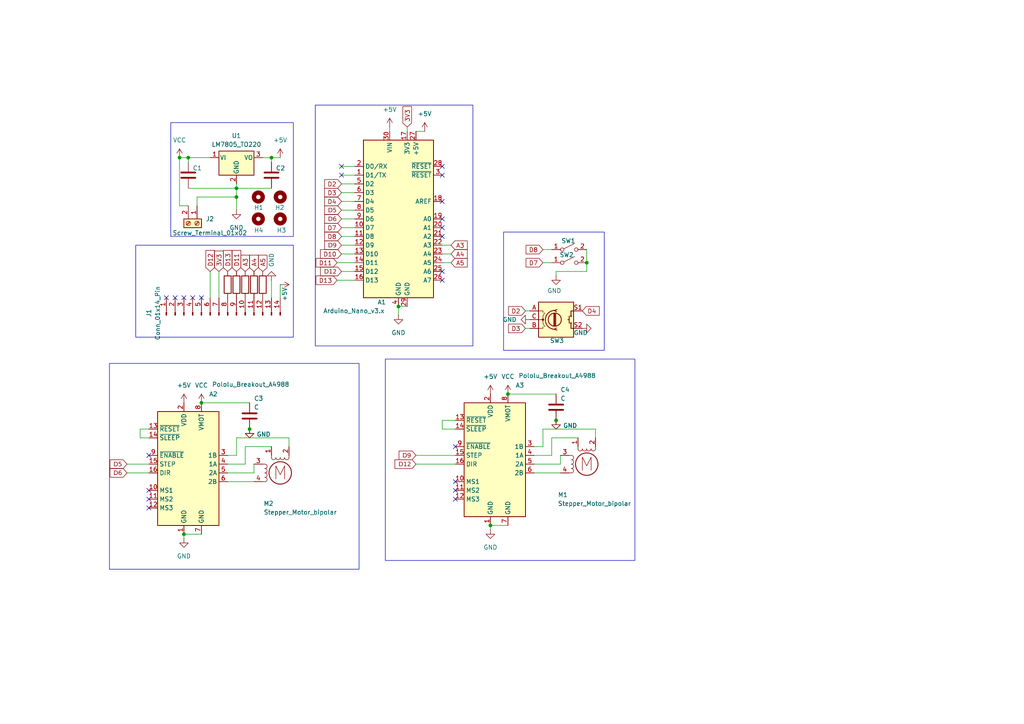
<source format=kicad_sch>
(kicad_sch (version 20231120) (generator "eeschema") (generator_version "8.0")
  (paper "A4")
  (lib_symbols
    (symbol "Connector:Conn_01x14_Pin" (pin_names (offset 1.016) hide)
      (property "Reference" "J" (at 0 17.78 0))
      (property "Value" "Conn_01x14_Pin" (at 0 -20.32 0))
      (symbol "Conn_01x14_Pin_1_1"
        (polyline (pts (xy 1.27 -17.78) (xy 0.8636 -17.78)) (stroke (width 0.1524)))
        (polyline (pts (xy 1.27 -15.24) (xy 0.8636 -15.24)) (stroke (width 0.1524)))
        (polyline (pts (xy 1.27 -12.7) (xy 0.8636 -12.7)) (stroke (width 0.1524)))
        (polyline (pts (xy 1.27 -10.16) (xy 0.8636 -10.16)) (stroke (width 0.1524)))
        (polyline (pts (xy 1.27 -7.62) (xy 0.8636 -7.62)) (stroke (width 0.1524)))
        (polyline (pts (xy 1.27 -5.08) (xy 0.8636 -5.08)) (stroke (width 0.1524)))
        (polyline (pts (xy 1.27 -2.54) (xy 0.8636 -2.54)) (stroke (width 0.1524)))
        (polyline (pts (xy 1.27 0) (xy 0.8636 0)) (stroke (width 0.1524)))
        (polyline (pts (xy 1.27 2.54) (xy 0.8636 2.54)) (stroke (width 0.1524)))
        (polyline (pts (xy 1.27 5.08) (xy 0.8636 5.08)) (stroke (width 0.1524)))
        (polyline (pts (xy 1.27 7.62) (xy 0.8636 7.62)) (stroke (width 0.1524)))
        (polyline (pts (xy 1.27 10.16) (xy 0.8636 10.16)) (stroke (width 0.1524)))
        (polyline (pts (xy 1.27 12.7) (xy 0.8636 12.7)) (stroke (width 0.1524)))
        (polyline (pts (xy 1.27 15.24) (xy 0.8636 15.24)) (stroke (width 0.1524)))
        (rectangle (start 0.8636 -17.653) (end 0 -17.907) (stroke (width 0.1524)) (fill (type outline)))
        (rectangle (start 0.8636 -15.113) (end 0 -15.367) (stroke (width 0.1524)) (fill (type outline)))
        (rectangle (start 0.8636 -12.573) (end 0 -12.827) (stroke (width 0.1524)) (fill (type outline)))
        (rectangle (start 0.8636 -10.033) (end 0 -10.287) (stroke (width 0.1524)) (fill (type outline)))
        (rectangle (start 0.8636 -7.493) (end 0 -7.747) (stroke (width 0.1524)) (fill (type outline)))
        (rectangle (start 0.8636 -4.953) (end 0 -5.207) (stroke (width 0.1524)) (fill (type outline)))
        (rectangle (start 0.8636 -2.413) (end 0 -2.667) (stroke (width 0.1524)) (fill (type outline)))
        (rectangle (start 0.8636 0.127) (end 0 -0.127) (stroke (width 0.1524)) (fill (type outline)))
        (rectangle (start 0.8636 2.667) (end 0 2.413) (stroke (width 0.1524)) (fill (type outline)))
        (rectangle (start 0.8636 5.207) (end 0 4.953) (stroke (width 0.1524)) (fill (type outline)))
        (rectangle (start 0.8636 7.747) (end 0 7.493) (stroke (width 0.1524)) (fill (type outline)))
        (rectangle (start 0.8636 10.287) (end 0 10.033) (stroke (width 0.1524)) (fill (type outline)))
        (rectangle (start 0.8636 12.827) (end 0 12.573) (stroke (width 0.1524)) (fill (type outline)))
        (rectangle (start 0.8636 15.367) (end 0 15.113) (stroke (width 0.1524)) (fill (type outline)))
        (pin passive line (at 5.08 15.24 180) (length 3.81) (name "Pin_1") (number "1"))
        (pin passive line (at 5.08 -7.62 180) (length 3.81) (name "Pin_10") (number "10"))
        (pin passive line (at 5.08 -10.16 180) (length 3.81) (name "Pin_11") (number "11"))
        (pin passive line (at 5.08 -12.7 180) (length 3.81) (name "Pin_12") (number "12"))
        (pin passive line (at 5.08 -15.24 180) (length 3.81) (name "Pin_13") (number "13"))
        (pin passive line (at 5.08 -17.78 180) (length 3.81) (name "Pin_14") (number "14"))
        (pin passive line (at 5.08 12.7 180) (length 3.81) (name "Pin_2") (number "2"))
        (pin passive line (at 5.08 10.16 180) (length 3.81) (name "Pin_3") (number "3"))
        (pin passive line (at 5.08 7.62 180) (length 3.81) (name "Pin_4") (number "4"))
        (pin passive line (at 5.08 5.08 180) (length 3.81) (name "Pin_5") (number "5"))
        (pin passive line (at 5.08 2.54 180) (length 3.81) (name "Pin_6") (number "6"))
        (pin passive line (at 5.08 0 180) (length 3.81) (name "Pin_7") (number "7"))
        (pin passive line (at 5.08 -2.54 180) (length 3.81) (name "Pin_8") (number "8"))
        (pin passive line (at 5.08 -5.08 180) (length 3.81) (name "Pin_9") (number "9"))
      )
    )
    (symbol "Connector:Screw_Terminal_01x02" (pin_names (offset 1.016) hide)
      (property "Reference" "J" (at 0 2.54 0))
      (property "Value" "Screw_Terminal_01x02" (at 0 -5.08 0))
      (symbol "Screw_Terminal_01x02_1_1"
        (rectangle (start -1.27 1.27) (end 1.27 -3.81) (stroke (width 0.254)) (fill (type background)))
        (circle (center 0 -2.54) (radius 0.635) (stroke (width 0.1524)))
        (polyline (pts (xy -0.5334 -2.2098) (xy 0.3302 -3.048)) (stroke (width 0.1524)))
        (polyline (pts (xy -0.5334 0.3302) (xy 0.3302 -0.508)) (stroke (width 0.1524)))
        (polyline (pts (xy -0.3556 -2.032) (xy 0.508 -2.8702)) (stroke (width 0.1524)))
        (polyline (pts (xy -0.3556 0.508) (xy 0.508 -0.3302)) (stroke (width 0.1524)))
        (circle (center 0 0) (radius 0.635) (stroke (width 0.1524)))
        (pin passive line (at -5.08 0 0) (length 3.81) (name "Pin_1") (number "1"))
        (pin passive line (at -5.08 -2.54 0) (length 3.81) (name "Pin_2") (number "2"))
      )
    )
    (symbol "Device:C" (pin_numbers hide) (pin_names (offset 0.254))
      (property "Reference" "C" (at 0.635 2.54 0))
      (property "Value" "C" (at 0.635 -2.54 0))
      (symbol "C_0_1"
        (polyline (pts (xy -2.032 -0.762) (xy 2.032 -0.762)) (stroke (width 0.508)))
        (polyline (pts (xy -2.032 0.762) (xy 2.032 0.762)) (stroke (width 0.508)))
      )
      (symbol "C_1_1"
        (pin passive line (at 0 3.81 270) (length 2.794) (name "~") (number "1"))
        (pin passive line (at 0 -3.81 90) (length 2.794) (name "~") (number "2"))
      )
    )
    (symbol "Device:R" (pin_numbers hide) (pin_names (offset 0))
      (property "Reference" "R" (at 2.032 0 90))
      (property "Value" "R" (at 0 0 90))
      (symbol "R_0_1"
        (rectangle (start -1.016 -2.54) (end 1.016 2.54) (stroke (width 0.254)))
      )
      (symbol "R_1_1"
        (pin passive line (at 0 3.81 270) (length 1.27) (name "~") (number "1"))
        (pin passive line (at 0 -3.81 90) (length 1.27) (name "~") (number "2"))
      )
    )
    (symbol "Device:RotaryEncoder_Switch" (pin_names (offset 0.254) hide)
      (property "Reference" "SW" (at 0 6.604 0))
      (property "Value" "RotaryEncoder_Switch" (at 0 -6.604 0))
      (symbol "RotaryEncoder_Switch_0_1"
        (rectangle (start -5.08 5.08) (end 5.08 -5.08) (stroke (width 0.254)) (fill (type background)))
        (circle (center -3.81 0) (radius 0.254) (fill (type outline)))
        (circle (center -0.381 0) (radius 1.905) (stroke (width 0.254)))
        (arc (start -0.381 2.667) (mid -3.0988 -0.0635) (end -0.381 -2.794) (stroke (width 0.254)))
        (polyline (pts (xy -0.635 -1.778) (xy -0.635 1.778)) (stroke (width 0.254)))
        (polyline (pts (xy -0.381 -1.778) (xy -0.381 1.778)) (stroke (width 0.254)))
        (polyline (pts (xy -0.127 1.778) (xy -0.127 -1.778)) (stroke (width 0.254)))
        (polyline (pts (xy 3.81 0) (xy 3.429 0)) (stroke (width 0.254)))
        (polyline (pts (xy 3.81 1.016) (xy 3.81 -1.016)) (stroke (width 0.254)))
        (polyline (pts (xy -5.08 -2.54) (xy -3.81 -2.54) (xy -3.81 -2.032)))
        (polyline (pts (xy -5.08 2.54) (xy -3.81 2.54) (xy -3.81 2.032)))
        (polyline (pts (xy 0.254 -3.048) (xy -0.508 -2.794) (xy 0.127 -2.413)) (stroke (width 0.254)))
        (polyline (pts (xy 0.254 2.921) (xy -0.508 2.667) (xy 0.127 2.286)) (stroke (width 0.254)))
        (polyline (pts (xy 5.08 -2.54) (xy 4.318 -2.54) (xy 4.318 -1.016)) (stroke (width 0.254)))
        (polyline (pts (xy 5.08 2.54) (xy 4.318 2.54) (xy 4.318 1.016)) (stroke (width 0.254)))
        (polyline (pts (xy -5.08 0) (xy -3.81 0) (xy -3.81 -1.016) (xy -3.302 -2.032)))
        (polyline (pts (xy -4.318 0) (xy -3.81 0) (xy -3.81 1.016) (xy -3.302 2.032)))
        (circle (center 4.318 -1.016) (radius 0.127) (stroke (width 0.254)))
        (circle (center 4.318 1.016) (radius 0.127) (stroke (width 0.254)))
      )
      (symbol "RotaryEncoder_Switch_1_1"
        (pin passive line (at -7.62 2.54 0) (length 2.54) (name "A") (number "A"))
        (pin passive line (at -7.62 -2.54 0) (length 2.54) (name "B") (number "B"))
        (pin passive line (at -7.62 0 0) (length 2.54) (name "C") (number "C"))
        (pin passive line (at 7.62 2.54 180) (length 2.54) (name "S1") (number "S1"))
        (pin passive line (at 7.62 -2.54 180) (length 2.54) (name "S2") (number "S2"))
      )
    )
    (symbol "Driver_Motor:Pololu_Breakout_A4988"
      (property "Reference" "A" (at -2.54 19.05 0))
      (property "Value" "Pololu_Breakout_A4988" (at -2.54 16.51 0))
      (symbol "Pololu_Breakout_A4988_0_1"
        (rectangle (start 10.16 -17.78) (end -7.62 15.24) (stroke (width 0.254)) (fill (type background)))
      )
      (symbol "Pololu_Breakout_A4988_1_1"
        (pin power_in line (at 0 -20.32 90) (length 2.54) (name "GND") (number "1"))
        (pin input line (at -10.16 -7.62 0) (length 2.54) (name "MS1") (number "10"))
        (pin input line (at -10.16 -10.16 0) (length 2.54) (name "MS2") (number "11"))
        (pin input line (at -10.16 -12.7 0) (length 2.54) (name "MS3") (number "12"))
        (pin input line (at -10.16 10.16 0) (length 2.54) (name "~{RESET}") (number "13"))
        (pin input line (at -10.16 7.62 0) (length 2.54) (name "~{SLEEP}") (number "14"))
        (pin input line (at -10.16 0 0) (length 2.54) (name "STEP") (number "15"))
        (pin input line (at -10.16 -2.54 0) (length 2.54) (name "DIR") (number "16"))
        (pin power_in line (at 0 17.78 270) (length 2.54) (name "VDD") (number "2"))
        (pin output line (at 12.7 2.54 180) (length 2.54) (name "1B") (number "3"))
        (pin output line (at 12.7 0 180) (length 2.54) (name "1A") (number "4"))
        (pin output line (at 12.7 -2.54 180) (length 2.54) (name "2A") (number "5"))
        (pin output line (at 12.7 -5.08 180) (length 2.54) (name "2B") (number "6"))
        (pin power_in line (at 5.08 -20.32 90) (length 2.54) (name "GND") (number "7"))
        (pin power_in line (at 5.08 17.78 270) (length 2.54) (name "VMOT") (number "8"))
        (pin input line (at -10.16 2.54 0) (length 2.54) (name "~{ENABLE}") (number "9"))
      )
    )
    (symbol "MCU_Module:Arduino_Nano_v3.x"
      (property "Reference" "A" (at -10.16 23.495 0))
      (property "Value" "Arduino_Nano_v3.x" (at 5.08 -24.13 0))
      (symbol "Arduino_Nano_v3.x_0_1"
        (rectangle (start -10.16 22.86) (end 10.16 -22.86) (stroke (width 0.254)) (fill (type background)))
      )
      (symbol "Arduino_Nano_v3.x_1_1"
        (pin bidirectional line (at -12.7 12.7 0) (length 2.54) (name "D1/TX") (number "1"))
        (pin bidirectional line (at -12.7 -2.54 0) (length 2.54) (name "D7") (number "10"))
        (pin bidirectional line (at -12.7 -5.08 0) (length 2.54) (name "D8") (number "11"))
        (pin bidirectional line (at -12.7 -7.62 0) (length 2.54) (name "D9") (number "12"))
        (pin bidirectional line (at -12.7 -10.16 0) (length 2.54) (name "D10") (number "13"))
        (pin bidirectional line (at -12.7 -12.7 0) (length 2.54) (name "D11") (number "14"))
        (pin bidirectional line (at -12.7 -15.24 0) (length 2.54) (name "D12") (number "15"))
        (pin bidirectional line (at -12.7 -17.78 0) (length 2.54) (name "D13") (number "16"))
        (pin power_out line (at 2.54 25.4 270) (length 2.54) (name "3V3") (number "17"))
        (pin input line (at 12.7 5.08 180) (length 2.54) (name "AREF") (number "18"))
        (pin bidirectional line (at 12.7 0 180) (length 2.54) (name "A0") (number "19"))
        (pin bidirectional line (at -12.7 15.24 0) (length 2.54) (name "D0/RX") (number "2"))
        (pin bidirectional line (at 12.7 -2.54 180) (length 2.54) (name "A1") (number "20"))
        (pin bidirectional line (at 12.7 -5.08 180) (length 2.54) (name "A2") (number "21"))
        (pin bidirectional line (at 12.7 -7.62 180) (length 2.54) (name "A3") (number "22"))
        (pin bidirectional line (at 12.7 -10.16 180) (length 2.54) (name "A4") (number "23"))
        (pin bidirectional line (at 12.7 -12.7 180) (length 2.54) (name "A5") (number "24"))
        (pin bidirectional line (at 12.7 -15.24 180) (length 2.54) (name "A6") (number "25"))
        (pin bidirectional line (at 12.7 -17.78 180) (length 2.54) (name "A7") (number "26"))
        (pin power_out line (at 5.08 25.4 270) (length 2.54) (name "+5V") (number "27"))
        (pin input line (at 12.7 15.24 180) (length 2.54) (name "~{RESET}") (number "28"))
        (pin power_in line (at 2.54 -25.4 90) (length 2.54) (name "GND") (number "29"))
        (pin input line (at 12.7 12.7 180) (length 2.54) (name "~{RESET}") (number "3"))
        (pin power_in line (at -2.54 25.4 270) (length 2.54) (name "VIN") (number "30"))
        (pin power_in line (at 0 -25.4 90) (length 2.54) (name "GND") (number "4"))
        (pin bidirectional line (at -12.7 10.16 0) (length 2.54) (name "D2") (number "5"))
        (pin bidirectional line (at -12.7 7.62 0) (length 2.54) (name "D3") (number "6"))
        (pin bidirectional line (at -12.7 5.08 0) (length 2.54) (name "D4") (number "7"))
        (pin bidirectional line (at -12.7 2.54 0) (length 2.54) (name "D5") (number "8"))
        (pin bidirectional line (at -12.7 0 0) (length 2.54) (name "D6") (number "9"))
      )
    )
    (symbol "Mechanical:MountingHole" (pin_names (offset 1.016)) (exclude_from_sim yes) (in_bom no)
      (property "Reference" "H" (at 0 5.08 0))
      (property "Value" "MountingHole" (at 0 3.175 0))
      (symbol "MountingHole_0_1"
        (circle (center 0 0) (radius 1.27) (stroke (width 1.27)))
      )
    )
    (symbol "Motor:Stepper_Motor_bipolar" (pin_names (offset 0) hide)
      (property "Reference" "M" (at 3.81 2.54 0))
      (property "Value" "Stepper_Motor_bipolar" (at 3.81 1.27 0))
      (symbol "Stepper_Motor_bipolar_0_0"
        (polyline (pts (xy -1.27 -1.778) (xy -1.27 2.032) (xy 0 -0.508) (xy 1.27 2.032) (xy 1.27 -1.778)))
      )
      (symbol "Stepper_Motor_bipolar_0_1"
        (arc (start -4.445 -2.54) (mid -3.8127 -1.905) (end -4.445 -1.27))
        (arc (start -4.445 -1.27) (mid -3.8127 -0.635) (end -4.445 0))
        (arc (start -4.445 0) (mid -3.8127 0.635) (end -4.445 1.27))
        (arc (start -4.445 1.27) (mid -3.8127 1.905) (end -4.445 2.54))
        (arc (start -2.54 4.445) (mid -1.905 3.8127) (end -1.27 4.445))
        (arc (start -1.27 4.445) (mid -0.635 3.8127) (end 0 4.445))
        (polyline (pts (xy -5.08 -2.54) (xy -4.445 -2.54)))
        (polyline (pts (xy -5.08 2.54) (xy -4.445 2.54)))
        (polyline (pts (xy -2.54 5.08) (xy -2.54 4.445)))
        (polyline (pts (xy 2.54 5.08) (xy 2.54 4.445)))
        (circle (center 0 0) (radius 3.2512) (stroke (width 0.254)))
        (arc (start 0 4.445) (mid 0.635 3.8127) (end 1.27 4.445))
        (arc (start 1.27 4.445) (mid 1.905 3.8127) (end 2.54 4.445))
      )
      (symbol "Stepper_Motor_bipolar_1_1"
        (pin passive line (at -2.54 7.62 270) (length 2.54) (name "~") (number "1"))
        (pin passive line (at 2.54 7.62 270) (length 2.54) (name "-") (number "2"))
        (pin passive line (at -7.62 2.54 0) (length 2.54) (name "~") (number "3"))
        (pin passive line (at -7.62 -2.54 0) (length 2.54) (name "~") (number "4"))
      )
    )
    (symbol "Regulator_Linear:LM7805_TO220" (pin_names (offset 0.254))
      (property "Reference" "U" (at -3.81 3.175 0))
      (property "Value" "LM7805_TO220" (at 0 3.175 0))
      (symbol "LM7805_TO220_0_1"
        (rectangle (start -5.08 1.905) (end 5.08 -5.08) (stroke (width 0.254)) (fill (type background)))
      )
      (symbol "LM7805_TO220_1_1"
        (pin power_in line (at -7.62 0 0) (length 2.54) (name "VI") (number "1"))
        (pin power_in line (at 0 -7.62 90) (length 2.54) (name "GND") (number "2"))
        (pin power_out line (at 7.62 0 180) (length 2.54) (name "VO") (number "3"))
      )
    )
    (symbol "Switch:SW_SPST" (pin_names (offset 0) hide)
      (property "Reference" "SW" (at 0 3.175 0))
      (property "Value" "SW_SPST" (at 0 -2.54 0))
      (symbol "SW_SPST_0_0"
        (circle (center -2.032 0) (radius 0.508))
        (polyline (pts (xy -1.524 0.254) (xy 1.524 1.778)))
        (circle (center 2.032 0) (radius 0.508))
      )
      (symbol "SW_SPST_1_1"
        (pin passive line (at -5.08 0 0) (length 2.54) (name "A") (number "1"))
        (pin passive line (at 5.08 0 180) (length 2.54) (name "B") (number "2"))
      )
    )
    (symbol "power:+5V" (power) (pin_numbers hide) (pin_names (offset 0) hide)
      (property "Value" "+5V" (at 0 3.556 0))
      (symbol "+5V_0_1"
        (polyline (pts (xy -0.762 1.27) (xy 0 2.54)))
        (polyline (pts (xy 0 0) (xy 0 2.54)))
        (polyline (pts (xy 0 2.54) (xy 0.762 1.27)))
      )
      (symbol "+5V_1_1"
        (pin power_in line (at 0 0 90) (length 0) (name "~") (number "1"))
      )
    )
    (symbol "power:GND" (power) (pin_numbers hide) (pin_names (offset 0) hide)
      (property "Value" "GND" (at 0 -3.81 0))
      (symbol "GND_0_1"
        (polyline (pts (xy 0 0) (xy 0 -1.27) (xy 1.27 -1.27) (xy 0 -2.54) (xy -1.27 -1.27) (xy 0 -1.27)))
      )
      (symbol "GND_1_1"
        (pin power_in line (at 0 0 270) (length 0) (name "~") (number "1"))
      )
    )
    (symbol "power:VCC" (power) (pin_numbers hide) (pin_names (offset 0) hide)
      (property "Value" "VCC" (at 0 3.556 0))
      (symbol "VCC_0_1"
        (polyline (pts (xy -0.762 1.27) (xy 0 2.54)))
        (polyline (pts (xy 0 0) (xy 0 2.54)))
        (polyline (pts (xy 0 2.54) (xy 0.762 1.27)))
      )
      (symbol "VCC_1_1"
        (pin power_in line (at 0 0 90) (length 0) (name "~") (number "1"))
      )
    )
  )
  (junction (at 78.74 45.72))
  (junction (at 142.24 152.4))
  (junction (at 115.57 88.9))
  (junction (at 170.18 76.2))
  (junction (at 72.39 124.46))
  (junction (at 54.61 45.72))
  (junction (at 53.34 154.94))
  (junction (at 52.07 45.72))
  (junction (at 68.58 57.15))
  (junction (at 68.58 54.61))
  (junction (at 147.32 114.3))
  (junction (at 161.29 121.92))
  (junction (at 58.42 116.84))
  (no_connect (at 128.27 63.5))
  (no_connect (at 55.88 86.36))
  (no_connect (at 43.18 147.32))
  (no_connect (at 128.27 78.74))
  (no_connect (at 128.27 68.58))
  (no_connect (at 48.26 86.36))
  (no_connect (at 132.08 129.54))
  (no_connect (at 128.27 50.8))
  (no_connect (at 99.06 48.26))
  (no_connect (at 132.08 144.78))
  (no_connect (at 50.8 86.36))
  (no_connect (at 128.27 81.28))
  (no_connect (at 132.08 142.24))
  (no_connect (at 132.08 139.7))
  (no_connect (at 43.18 142.24))
  (no_connect (at 53.34 86.36))
  (no_connect (at 128.27 48.26))
  (no_connect (at 99.06 50.8))
  (no_connect (at 128.27 66.04))
  (no_connect (at 43.18 132.08))
  (no_connect (at 58.42 86.36))
  (no_connect (at 43.18 144.78))
  (no_connect (at 128.27 58.42))
  (wire (pts (xy 99.06 58.42) (xy 102.87 58.42)))
  (wire (pts (xy 128.27 73.66) (xy 130.81 73.66)))
  (wire (pts (xy 66.04 132.08) (xy 68.58 132.08)))
  (wire (pts (xy 152.4 90.17) (xy 153.67 90.17)))
  (wire (pts (xy 142.24 152.4) (xy 142.24 153.67)))
  (wire (pts (xy 57.15 57.15) (xy 57.15 59.69)))
  (wire (pts (xy 68.58 54.61) (xy 78.74 54.61)))
  (wire (pts (xy 36.83 134.62) (xy 43.18 134.62)))
  (wire (pts (xy 63.5 78.74) (xy 63.5 86.36)))
  (wire (pts (xy 128.27 121.92) (xy 132.08 121.92)))
  (wire (pts (xy 68.58 127) (xy 83.82 127)))
  (wire (pts (xy 99.06 53.34) (xy 102.87 53.34)))
  (wire (pts (xy 154.94 137.16) (xy 162.56 137.16)))
  (wire (pts (xy 40.64 124.46) (xy 40.64 127)))
  (wire (pts (xy 78.74 45.72) (xy 78.74 46.99)))
  (wire (pts (xy 170.18 76.2) (xy 170.18 78.74)))
  (wire (pts (xy 170.18 72.39) (xy 170.18 76.2)))
  (wire (pts (xy 68.58 53.34) (xy 68.58 54.61)))
  (wire (pts (xy 160.02 132.08) (xy 160.02 127)))
  (wire (pts (xy 66.04 137.16) (xy 73.66 137.16)))
  (wire (pts (xy 54.61 54.61) (xy 68.58 54.61)))
  (wire (pts (xy 128.27 71.12) (xy 130.81 71.12)))
  (wire (pts (xy 115.57 88.9) (xy 118.11 88.9)))
  (wire (pts (xy 128.27 76.2) (xy 130.81 76.2)))
  (wire (pts (xy 157.48 124.46) (xy 172.72 124.46)))
  (wire (pts (xy 54.61 45.72) (xy 54.61 46.99)))
  (wire (pts (xy 57.15 57.15) (xy 68.58 57.15)))
  (wire (pts (xy 157.48 76.2) (xy 160.02 76.2)))
  (wire (pts (xy 128.27 124.46) (xy 132.08 124.46)))
  (wire (pts (xy 83.82 127) (xy 83.82 129.54)))
  (wire (pts (xy 154.94 134.62) (xy 162.56 134.62)))
  (wire (pts (xy 154.94 129.54) (xy 157.48 129.54)))
  (wire (pts (xy 53.34 154.94) (xy 53.34 156.21)))
  (wire (pts (xy 78.74 86.36) (xy 78.74 81.28)))
  (wire (pts (xy 120.65 134.62) (xy 132.08 134.62)))
  (wire (pts (xy 160.02 127) (xy 167.64 127)))
  (wire (pts (xy 68.58 132.08) (xy 68.58 127)))
  (wire (pts (xy 115.57 88.9) (xy 115.57 91.44)))
  (wire (pts (xy 54.61 45.72) (xy 60.96 45.72)))
  (wire (pts (xy 120.65 38.1) (xy 123.19 38.1)))
  (wire (pts (xy 73.66 137.16) (xy 73.66 134.62)))
  (wire (pts (xy 99.06 78.74) (xy 102.87 78.74)))
  (wire (pts (xy 68.58 54.61) (xy 68.58 57.15)))
  (wire (pts (xy 43.18 124.46) (xy 40.64 124.46)))
  (wire (pts (xy 147.32 114.3) (xy 161.29 114.3)))
  (wire (pts (xy 36.83 137.16) (xy 43.18 137.16)))
  (wire (pts (xy 161.29 78.74) (xy 161.29 80.01)))
  (wire (pts (xy 99.06 63.5) (xy 102.87 63.5)))
  (wire (pts (xy 52.07 59.69) (xy 54.61 59.69)))
  (wire (pts (xy 71.12 134.62) (xy 71.12 129.54)))
  (wire (pts (xy 99.06 55.88) (xy 102.87 55.88)))
  (wire (pts (xy 99.06 60.96) (xy 102.87 60.96)))
  (wire (pts (xy 142.24 152.4) (xy 147.32 152.4)))
  (wire (pts (xy 172.72 124.46) (xy 172.72 127)))
  (wire (pts (xy 76.2 45.72) (xy 78.74 45.72)))
  (wire (pts (xy 97.79 76.2) (xy 102.87 76.2)))
  (wire (pts (xy 81.28 86.36) (xy 81.28 82.55)))
  (wire (pts (xy 60.96 78.74) (xy 60.96 86.36)))
  (wire (pts (xy 118.11 36.83) (xy 118.11 38.1)))
  (wire (pts (xy 99.06 48.26) (xy 102.87 48.26)))
  (wire (pts (xy 154.94 132.08) (xy 160.02 132.08)))
  (wire (pts (xy 53.34 154.94) (xy 58.42 154.94)))
  (wire (pts (xy 71.12 129.54) (xy 78.74 129.54)))
  (wire (pts (xy 78.74 45.72) (xy 81.28 45.72)))
  (wire (pts (xy 120.65 132.08) (xy 132.08 132.08)))
  (wire (pts (xy 113.03 36.83) (xy 113.03 38.1)))
  (wire (pts (xy 68.58 57.15) (xy 68.58 60.96)))
  (wire (pts (xy 52.07 45.72) (xy 54.61 45.72)))
  (wire (pts (xy 99.06 73.66) (xy 102.87 73.66)))
  (wire (pts (xy 40.64 127) (xy 43.18 127)))
  (wire (pts (xy 157.48 72.39) (xy 160.02 72.39)))
  (wire (pts (xy 152.4 95.25) (xy 153.67 95.25)))
  (wire (pts (xy 157.48 129.54) (xy 157.48 124.46)))
  (wire (pts (xy 128.27 121.92) (xy 128.27 124.46)))
  (wire (pts (xy 162.56 134.62) (xy 162.56 132.08)))
  (wire (pts (xy 170.18 78.74) (xy 161.29 78.74)))
  (wire (pts (xy 97.79 81.28) (xy 102.87 81.28)))
  (wire (pts (xy 58.42 116.84) (xy 72.39 116.84)))
  (wire (pts (xy 99.06 71.12) (xy 102.87 71.12)))
  (wire (pts (xy 99.06 50.8) (xy 102.87 50.8)))
  (wire (pts (xy 99.06 66.04) (xy 102.87 66.04)))
  (wire (pts (xy 66.04 139.7) (xy 73.66 139.7)))
  (wire (pts (xy 52.07 45.72) (xy 52.07 59.69)))
  (wire (pts (xy 66.04 134.62) (xy 71.12 134.62)))
  (wire (pts (xy 99.06 68.58) (xy 102.87 68.58)))
  (rectangle (start 91.44 71.12) (end 91.44 71.12))
  (rectangle (start 146.05 67.31) (end 175.26 101.6))
  (rectangle (start 111.76 104.14) (end 184.15 162.56))
  (rectangle (start 49.53 35.56) (end 85.09 68.58))
  (rectangle (start 31.75 105.41) (end 104.14 165.1))
  (rectangle (start 39.37 71.12) (end 85.09 97.79))
  (rectangle (start 91.44 30.48) (end 137.16 100.33))
  (global_label "A3" (shape input) (at 71.12 78.74 90) (property "Intersheetrefs" "${INTERSHEET_REFS}" (effects (hide yes))))
  (global_label "D12" (shape input) (at 120.65 134.62 180) (property "Intersheetrefs" "${INTERSHEET_REFS}" (effects (hide yes))))
  (global_label "D13" (shape input) (at 66.04 78.74 90) (property "Intersheetrefs" "${INTERSHEET_REFS}" (effects (hide yes))))
  (global_label "D11" (shape input) (at 68.58 78.74 90) (property "Intersheetrefs" "${INTERSHEET_REFS}" (effects (hide yes))))
  (global_label "D5" (shape input) (at 36.83 134.62 180) (property "Intersheetrefs" "${INTERSHEET_REFS}" (effects (hide yes))))
  (global_label "D12" (shape input) (at 99.06 78.74 180) (property "Intersheetrefs" "${INTERSHEET_REFS}" (effects (hide yes))))
  (global_label "D7" (shape input) (at 99.06 66.04 180) (property "Intersheetrefs" "${INTERSHEET_REFS}" (effects (hide yes))))
  (global_label "D11" (shape input) (at 97.79 76.2 180) (property "Intersheetrefs" "${INTERSHEET_REFS}" (effects (hide yes))))
  (global_label "A3" (shape input) (at 130.81 71.12 0) (property "Intersheetrefs" "${INTERSHEET_REFS}" (effects (hide yes))))
  (global_label "D2" (shape input) (at 99.06 53.34 180) (property "Intersheetrefs" "${INTERSHEET_REFS}" (effects (hide yes))))
  (global_label "A4" (shape input) (at 130.81 73.66 0) (property "Intersheetrefs" "${INTERSHEET_REFS}" (effects (hide yes))))
  (global_label "D5" (shape input) (at 99.06 60.96 180) (property "Intersheetrefs" "${INTERSHEET_REFS}" (effects (hide yes))))
  (global_label "D6" (shape input) (at 99.06 63.5 180) (property "Intersheetrefs" "${INTERSHEET_REFS}" (effects (hide yes))))
  (global_label "D4" (shape input) (at 99.06 58.42 180) (property "Intersheetrefs" "${INTERSHEET_REFS}" (effects (hide yes))))
  (global_label "D6" (shape input) (at 36.83 137.16 180) (property "Intersheetrefs" "${INTERSHEET_REFS}" (effects (hide yes))))
  (global_label "D2" (shape input) (at 152.4 90.17 180) (property "Intersheetrefs" "${INTERSHEET_REFS}" (effects (hide yes))))
  (global_label "D8" (shape input) (at 99.06 68.58 180) (property "Intersheetrefs" "${INTERSHEET_REFS}" (effects (hide yes))))
  (global_label "A5" (shape input) (at 76.2 78.74 90) (property "Intersheetrefs" "${INTERSHEET_REFS}" (effects (hide yes))))
  (global_label "D9" (shape input) (at 120.65 132.08 180) (property "Intersheetrefs" "${INTERSHEET_REFS}" (effects (hide yes))))
  (global_label "A5" (shape input) (at 130.81 76.2 0) (property "Intersheetrefs" "${INTERSHEET_REFS}" (effects (hide yes))))
  (global_label "A4" (shape input) (at 73.66 78.74 90) (property "Intersheetrefs" "${INTERSHEET_REFS}" (effects (hide yes))))
  (global_label "D13" (shape input) (at 97.79 81.28 180) (property "Intersheetrefs" "${INTERSHEET_REFS}" (effects (hide yes))))
  (global_label "D10" (shape input) (at 99.06 73.66 180) (property "Intersheetrefs" "${INTERSHEET_REFS}" (effects (hide yes))))
  (global_label "3V3" (shape input) (at 118.11 36.83 90) (property "Intersheetrefs" "${INTERSHEET_REFS}" (effects (hide yes))))
  (global_label "D7" (shape input) (at 157.48 76.2 180) (property "Intersheetrefs" "${INTERSHEET_REFS}" (effects (hide yes))))
  (global_label "D3" (shape input) (at 99.06 55.88 180) (property "Intersheetrefs" "${INTERSHEET_REFS}" (effects (hide yes))))
  (global_label "D3" (shape input) (at 152.4 95.25 180) (property "Intersheetrefs" "${INTERSHEET_REFS}" (effects (hide yes))))
  (global_label "3V3" (shape input) (at 63.5 78.74 90) (property "Intersheetrefs" "${INTERSHEET_REFS}" (effects (hide yes))))
  (global_label "D8" (shape input) (at 157.48 72.39 180) (property "Intersheetrefs" "${INTERSHEET_REFS}" (effects (hide yes))))
  (global_label "D12" (shape input) (at 60.96 78.74 90) (property "Intersheetrefs" "${INTERSHEET_REFS}" (effects (hide yes))))
  (global_label "D9" (shape input) (at 99.06 71.12 180) (property "Intersheetrefs" "${INTERSHEET_REFS}" (effects (hide yes))))
  (global_label "D4" (shape input) (at 168.91 90.17 0) (property "Intersheetrefs" "${INTERSHEET_REFS}" (effects (hide yes))))
  (symbol (lib_id "Device:R") (at 76.2 82.55 0) (unit 1)
    (property "Reference" "R9" (effects (hide yes)))
    (property "Value" "R" (effects (hide yes)))
    (property "Footprint" "Resistor_THT:R_Axial_DIN0207_L6.3mm_D2.5mm_P7.62mm_Horizontal" (effects (hide yes)))
    (property "Description" "Resistor" (effects (hide yes)))
  )
  (symbol (lib_id "Device:C") (at 54.61 50.8 0) (unit 1)
    (property "Reference" "C1" (at 55.88 48.768 0) (effects (justify left)))
    (property "Value" "C" (effects (hide yes)))
    (property "Footprint" "Capacitor_THT:CP_Radial_D5.0mm_P2.00mm" (effects (hide yes)))
    (property "Description" "Unpolarized capacitor" (effects (hide yes)))
  )
  (symbol (lib_id "Device:C") (at 161.29 118.11 0) (unit 1)
    (property "Reference" "C4" (at 162.56 113.03 0) (effects (justify left)))
    (property "Value" "C" (at 162.56 115.57 0) (effects (justify left)))
    (property "Description" "Unpolarized capacitor" (effects (hide yes)))
  )
  (symbol (lib_id "Device:R") (at 66.04 82.55 0) (unit 1)
    (property "Reference" "R13" (effects (hide yes)))
    (property "Value" "R" (effects (hide yes)))
    (property "Footprint" "Resistor_THT:R_Axial_DIN0207_L6.3mm_D2.5mm_P7.62mm_Horizontal" (effects (hide yes)))
    (property "Description" "Resistor" (effects (hide yes)))
  )
  (symbol (lib_id "Motor:Stepper_Motor_bipolar") (at 170.18 134.62 0) (unit 1)
    (property "Reference" "M1" (at 161.798 143.51 0) (effects (justify left)))
    (property "Value" "Stepper_Motor_bipolar" (at 161.798 146.05 0) (effects (justify left)))
    (property "Datasheet" "http://www.infineon.com/dgdl/Application-Note-TLE8110EE_driving_UniPolarStepperMotor_V1.1.pdf?fileId=db3a30431be39b97011be5d0aa0a00b0" (effects (hide yes)))
    (property "Description" "4-wire bipolar stepper motor" (effects (hide yes)))
  )
  (symbol (lib_id "Device:R") (at 73.66 82.55 0) (unit 1)
    (property "Reference" "R10" (effects (hide yes)))
    (property "Value" "R" (effects (hide yes)))
    (property "Footprint" "Resistor_THT:R_Axial_DIN0207_L6.3mm_D2.5mm_P7.62mm_Horizontal" (effects (hide yes)))
    (property "Description" "Resistor" (effects (hide yes)))
  )
  (symbol (lib_id "Connector:Screw_Terminal_01x02") (at 57.15 64.77 270) (unit 1)
    (property "Reference" "J2" (at 59.69 63.4999 90) (effects (justify left)))
    (property "Value" "Screw_Terminal_01x02" (at 50.038 67.564 90) (effects (justify left)))
    (property "Footprint" "Connector_BarrelJack:BarrelJack_Horizontal" (effects (hide yes)))
    (property "Description" "Generic screw terminal, single row, 01x02, script generated (kicad-library-utils/schlib/autogen/connector/)" (effects (hide yes)))
  )
  (symbol (lib_id "power:GND") (at 78.74 81.28 180) (unit 1)
    (property "Reference" "#PWR015" (effects (hide yes)))
    (property "Value" "GND" (at 78.7399 77.47 90) (effects (justify right)))
    (property "Description" "Power symbol creates a global label with name \"GND\" , ground" (effects (hide yes)))
  )
  (symbol (lib_id "Connector:Conn_01x14_Pin") (at 63.5 91.44 90) (unit 1)
    (property "Reference" "J1" (at 43.18 90.805 0))
    (property "Value" "Conn_01x14_Pin" (at 45.72 90.805 0))
    (property "Footprint" "Connector_PinSocket_2.54mm:PinSocket_1x14_P2.54mm_Vertical" (effects (hide yes)))
    (property "Description" "Generic connector, single row, 01x14, script generated" (effects (hide yes)))
  )
  (symbol (lib_id "Driver_Motor:Pololu_Breakout_A4988") (at 142.24 132.08 0) (unit 1)
    (property "Reference" "A3" (at 149.5141 111.76 0) (effects (justify left)))
    (property "Value" "Pololu_Breakout_A4988" (at 150.368 108.966 0) (effects (justify left)))
    (property "Footprint" "Module:Pololu_Breakout-16_15.2x20.3mm" (effects (hide yes)))
    (property "Datasheet" "https://www.pololu.com/product/2980/pictures" (effects (hide yes)))
    (property "Description" "Pololu Breakout Board, Stepper Driver A4988" (effects (hide yes)))
  )
  (symbol (lib_id "power:VCC") (at 147.32 114.3 0) (unit 1)
    (property "Reference" "#PWR011" (effects (hide yes)))
    (property "Value" "VCC" (at 147.32 109.22 0))
    (property "Description" "Power symbol creates a global label with name \"VCC\"" (effects (hide yes)))
  )
  (symbol (lib_id "power:VCC") (at 58.42 116.84 0) (unit 1)
    (property "Reference" "#PWR09" (effects (hide yes)))
    (property "Value" "VCC" (at 58.42 111.76 0))
    (property "Description" "Power symbol creates a global label with name \"VCC\"" (effects (hide yes)))
  )
  (symbol (lib_id "power:+5V") (at 142.24 114.3 0) (unit 1)
    (property "Reference" "#PWR02" (effects (hide yes)))
    (property "Value" "+5V" (at 142.24 109.22 0))
    (property "Description" "Power symbol creates a global label with name \"+5V\"" (effects (hide yes)))
  )
  (symbol (lib_id "power:GND") (at 153.67 92.71 270) (unit 1)
    (property "Reference" "#PWR018" (effects (hide yes)))
    (property "Value" "GND" (at 149.86 92.7099 90) (effects (justify right)))
    (property "Description" "Power symbol creates a global label with name \"GND\" , ground" (effects (hide yes)))
  )
  (symbol (lib_id "power:GND") (at 115.57 91.44 0) (unit 1)
    (property "Reference" "#PWR07" (effects (hide yes)))
    (property "Value" "GND" (at 115.57 96.52 0))
    (property "Description" "Power symbol creates a global label with name \"GND\" , ground" (effects (hide yes)))
  )
  (symbol (lib_id "Regulator_Linear:LM7805_TO220") (at 68.58 45.72 0) (unit 1)
    (property "Reference" "U1" (at 68.58 39.37 0))
    (property "Value" "LM7805_TO220" (at 68.58 41.91 0))
    (property "Footprint" "Package_TO_SOT_THT:TO-220-3_Vertical" (effects (hide yes)))
    (property "Datasheet" "https://www.onsemi.cn/PowerSolutions/document/MC7800-D.PDF" (effects (hide yes)))
    (property "Description" "Positive 1A 35V Linear Regulator, Fixed Output 5V, TO-220" (effects (hide yes)))
  )
  (symbol (lib_id "power:GND") (at 168.91 95.25 90) (unit 1)
    (property "Reference" "#PWR019" (effects (hide yes)))
    (property "Value" "GND" (at 166.37 96.52 90) (effects (justify right)))
    (property "Description" "Power symbol creates a global label with name \"GND\" , ground" (effects (hide yes)))
  )
  (symbol (lib_id "power:GND") (at 142.24 153.67 0) (unit 1)
    (property "Reference" "#PWR08" (effects (hide yes)))
    (property "Value" "GND" (at 142.24 158.75 0))
    (property "Description" "Power symbol creates a global label with name \"GND\" , ground" (effects (hide yes)))
  )
  (symbol (lib_id "Mechanical:MountingHole") (at 81.28 63.5 0) (unit 1) (exclude_from_sim yes) (in_bom no)
    (property "Reference" "H3" (at 80.264 66.802 0) (effects (justify left)))
    (property "Value" "MountingHole" (effects (hide yes)))
    (property "Footprint" "MountingHole:MountingHole_4mm" (effects (hide yes)))
    (property "Description" "Mounting Hole without connection" (effects (hide yes)))
  )
  (symbol (lib_id "Mechanical:MountingHole") (at 74.93 63.5 0) (unit 1) (exclude_from_sim yes) (in_bom no)
    (property "Reference" "H4" (at 73.66 66.802 0) (effects (justify left)))
    (property "Value" "MountingHole" (effects (hide yes)))
    (property "Footprint" "MountingHole:MountingHole_4mm" (effects (hide yes)))
    (property "Description" "Mounting Hole without connection" (effects (hide yes)))
  )
  (symbol (lib_id "Device:R") (at 68.58 82.55 0) (unit 1)
    (property "Reference" "R12" (effects (hide yes)))
    (property "Value" "R" (effects (hide yes)))
    (property "Footprint" "Resistor_THT:R_Axial_DIN0207_L6.3mm_D2.5mm_P7.62mm_Horizontal" (effects (hide yes)))
    (property "Description" "Resistor" (effects (hide yes)))
  )
  (symbol (lib_id "Mechanical:MountingHole") (at 81.28 57.15 0) (unit 1) (exclude_from_sim yes) (in_bom no)
    (property "Reference" "H2" (at 79.756 60.198 0) (effects (justify left)))
    (property "Value" "MountingHole" (effects (hide yes)))
    (property "Footprint" "MountingHole:MountingHole_4mm" (effects (hide yes)))
    (property "Description" "Mounting Hole without connection" (effects (hide yes)))
  )
  (symbol (lib_id "Driver_Motor:Pololu_Breakout_A4988") (at 53.34 134.62 0) (unit 1)
    (property "Reference" "A2" (at 60.6141 114.3 0) (effects (justify left)))
    (property "Value" "Pololu_Breakout_A4988" (at 61.468 111.506 0) (effects (justify left)))
    (property "Footprint" "Module:Pololu_Breakout-16_15.2x20.3mm" (effects (hide yes)))
    (property "Datasheet" "https://www.pololu.com/product/2980/pictures" (effects (hide yes)))
    (property "Description" "Pololu Breakout Board, Stepper Driver A4988" (effects (hide yes)))
  )
  (symbol (lib_id "power:GND") (at 161.29 121.92 0) (unit 1)
    (property "Reference" "#PWR012" (effects (hide yes)))
    (property "Value" "GND" (at 165.354 123.444 0))
    (property "Description" "Power symbol creates a global label with name \"GND\" , ground" (effects (hide yes)))
  )
  (symbol (lib_id "power:GND") (at 72.39 124.46 0) (unit 1)
    (property "Reference" "#PWR020" (effects (hide yes)))
    (property "Value" "GND" (at 76.454 125.984 0))
    (property "Description" "Power symbol creates a global label with name \"GND\" , ground" (effects (hide yes)))
  )
  (symbol (lib_id "Mechanical:MountingHole") (at 74.93 57.15 0) (unit 1) (exclude_from_sim yes) (in_bom no)
    (property "Reference" "H1" (at 73.66 60.198 0) (effects (justify left)))
    (property "Value" "MountingHole" (effects (hide yes)))
    (property "Footprint" "MountingHole:MountingHole_4mm" (effects (hide yes)))
    (property "Description" "Mounting Hole without connection" (effects (hide yes)))
  )
  (symbol (lib_id "Switch:SW_SPST") (at 165.1 76.2 0) (unit 1)
    (property "Reference" "SW2" (at 164.338 73.914 0))
    (property "Value" "SW_SPST" (effects (hide yes)))
    (property "Footprint" "Button_Switch_THT:SW_PUSH_6mm_H7.3mm" (effects (hide yes)))
    (property "Description" "Single Pole Single Throw (SPST) switch" (effects (hide yes)))
  )
  (symbol (lib_id "power:VCC") (at 52.07 45.72 0) (unit 1)
    (property "Reference" "#PWR03" (effects (hide yes)))
    (property "Value" "VCC" (at 52.07 40.64 0))
    (property "Description" "Power symbol creates a global label with name \"VCC\"" (effects (hide yes)))
  )
  (symbol (lib_id "power:GND") (at 68.58 60.96 0) (unit 1)
    (property "Reference" "#PWR05" (effects (hide yes)))
    (property "Value" "GND" (at 68.58 66.04 0))
    (property "Description" "Power symbol creates a global label with name \"GND\" , ground" (effects (hide yes)))
  )
  (symbol (lib_id "Device:R") (at 71.12 82.55 0) (unit 1)
    (property "Reference" "R11" (effects (hide yes)))
    (property "Value" "R" (effects (hide yes)))
    (property "Footprint" "Resistor_THT:R_Axial_DIN0207_L6.3mm_D2.5mm_P7.62mm_Horizontal" (effects (hide yes)))
    (property "Description" "Resistor" (effects (hide yes)))
  )
  (symbol (lib_id "power:GND") (at 53.34 156.21 0) (unit 1)
    (property "Reference" "#PWR022" (effects (hide yes)))
    (property "Value" "GND" (at 53.34 161.29 0))
    (property "Description" "Power symbol creates a global label with name \"GND\" , ground" (effects (hide yes)))
  )
  (symbol (lib_id "power:+5V") (at 53.34 116.84 0) (unit 1)
    (property "Reference" "#PWR010" (effects (hide yes)))
    (property "Value" "+5V" (at 53.34 111.76 0))
    (property "Description" "Power symbol creates a global label with name \"+5V\"" (effects (hide yes)))
  )
  (symbol (lib_id "Device:C") (at 72.39 120.65 0) (unit 1)
    (property "Reference" "C3" (at 73.66 115.57 0) (effects (justify left)))
    (property "Value" "C" (at 73.66 118.11 0) (effects (justify left)))
    (property "Description" "Unpolarized capacitor" (effects (hide yes)))
  )
  (symbol (lib_id "MCU_Module:Arduino_Nano_v3.x") (at 115.57 63.5 0) (unit 1)
    (property "Reference" "A1" (at 109.474 87.63 0) (effects (justify left)))
    (property "Value" "Arduino_Nano_v3.x" (at 93.726 90.17 0) (effects (justify left)))
    (property "Footprint" "Module:Arduino_Nano" (effects (hide yes)))
    (property "Datasheet" "http://www.mouser.com/pdfdocs/Gravitech_Arduino_Nano3_0.pdf" (effects (hide yes)))
    (property "Description" "Arduino Nano v3.x" (effects (hide yes)))
  )
  (symbol (lib_id "Motor:Stepper_Motor_bipolar") (at 81.28 137.16 0) (unit 1)
    (property "Reference" "M2" (at 76.454 146.05 0) (effects (justify left)))
    (property "Value" "Stepper_Motor_bipolar" (at 76.454 148.59 0) (effects (justify left)))
    (property "Datasheet" "http://www.infineon.com/dgdl/Application-Note-TLE8110EE_driving_UniPolarStepperMotor_V1.1.pdf?fileId=db3a30431be39b97011be5d0aa0a00b0" (effects (hide yes)))
    (property "Description" "4-wire bipolar stepper motor" (effects (hide yes)))
  )
  (symbol (lib_id "Device:C") (at 78.74 50.8 0) (unit 1)
    (property "Reference" "C2" (at 80.01 48.768 0) (effects (justify left)))
    (property "Value" "C" (effects (hide yes)))
    (property "Footprint" "Capacitor_THT:CP_Radial_D5.0mm_P2.00mm" (effects (hide yes)))
    (property "Description" "Unpolarized capacitor" (effects (hide yes)))
  )
  (symbol (lib_id "power:+5V") (at 113.03 36.83 0) (unit 1)
    (property "Reference" "#PWR017" (effects (hide yes)))
    (property "Value" "+5V" (at 113.03 31.75 0))
    (property "Description" "Power symbol creates a global label with name \"+5V\"" (effects (hide yes)))
  )
  (symbol (lib_id "power:GND") (at 72.39 124.46 0) (unit 1)
    (property "Reference" "#PWR021" (effects (hide yes)))
    (property "Value" "GND" (at 76.454 125.984 0))
    (property "Description" "Power symbol creates a global label with name \"GND\" , ground" (effects (hide yes)))
  )
  (symbol (lib_id "power:+5V") (at 81.28 45.72 0) (unit 1)
    (property "Reference" "#PWR04" (effects (hide yes)))
    (property "Value" "+5V" (at 81.28 40.64 0))
    (property "Description" "Power symbol creates a global label with name \"+5V\"" (effects (hide yes)))
  )
  (symbol (lib_id "power:+5V") (at 81.28 82.55 270) (unit 1)
    (property "Reference" "#PWR06" (effects (hide yes)))
    (property "Value" "+5V" (at 82.55 85.344 0))
    (property "Description" "Power symbol creates a global label with name \"+5V\"" (effects (hide yes)))
  )
  (symbol (lib_id "Device:RotaryEncoder_Switch") (at 161.29 92.71 0) (unit 1)
    (property "Reference" "SW3" (at 161.544 98.806 0))
    (property "Value" "RotaryEncoder_Switch" (effects (hide yes)))
    (property "Footprint" "Rotary_Encoder:RotaryEncoder_Alps_EC11E_Vertical_H20mm_CircularMountingHoles" (effects (hide yes)))
    (property "Description" "Rotary encoder, dual channel, incremental quadrate outputs, with switch" (effects (hide yes)))
  )
  (symbol (lib_id "power:+5V") (at 123.19 38.1 0) (unit 1)
    (property "Reference" "#PWR016" (effects (hide yes)))
    (property "Value" "+5V" (at 123.19 33.02 0))
    (property "Description" "Power symbol creates a global label with name \"+5V\"" (effects (hide yes)))
  )
  (symbol (lib_id "power:GND") (at 161.29 80.01 0) (unit 1)
    (property "Reference" "#PWR01" (effects (hide yes)))
    (property "Value" "GND" (at 160.782 84.328 0))
    (property "Description" "Power symbol creates a global label with name \"GND\" , ground" (effects (hide yes)))
  )
  (symbol (lib_id "Switch:SW_SPST") (at 165.1 72.39 0) (unit 1)
    (property "Reference" "SW1" (at 164.846 69.85 0))
    (property "Value" "SW_SPST" (effects (hide yes)))
    (property "Footprint" "Button_Switch_THT:SW_PUSH_6mm_H7.3mm" (effects (hide yes)))
    (property "Description" "Single Pole Single Throw (SPST) switch" (effects (hide yes)))
  )
  (symbol (lib_id "power:GND") (at 161.29 121.92 0) (unit 1)
    (property "Reference" "#PWR013" (effects (hide yes)))
    (property "Value" "GND" (at 165.354 123.444 0))
    (property "Description" "Power symbol creates a global label with name \"GND\" , ground" (effects (hide yes)))
  )
)
</source>
